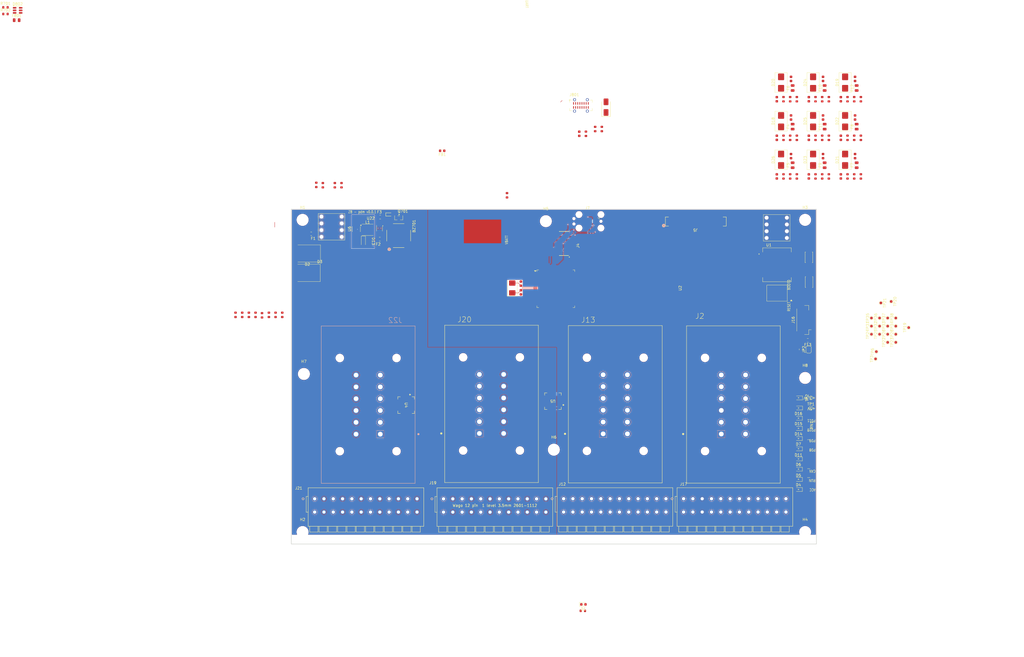
<source format=kicad_pcb>
(kicad_pcb (version 20241229) (generator "pcbnew") (generator_version "9.0")
  (title_block (title "l8 PCB") (date "2024-05-30") (rev "1.00") (company "DNT"))
  (layers (0 "F.Cu" signal) (4 "In1.Cu" signal) (6 "In2.Cu" signal) (2 "B.Cu" signal) (13 "F.Paste" user) (15 "B.Paste" user) (5 "F.SilkS" user "F.Silkscreen") (7 "B.SilkS" user "B.Silkscreen") (1 "F.Mask" user) (3 "B.Mask" user) (25 "Edge.Cuts" user))
  (net 0 "")
  (net 1 "Net-(U3-PH0)")
  (net 2 "Net-(D4-K)")
  (net 3 "Net-(D5-K)")
  (net 4 "Net-(D6-K)")
  (net 5 "Net-(U3-VCAP_2)")
  (net 6 "/CAN1_RX")
  (net 7 "/MCU/BOOT0")
  (net 8 "Net-(U3-VCAP_1)")
  (net 9 "/MCU/BOOT1")
  (net 10 "/GND_ISO")
  (net 11 "+BATT")
  (net 12 "Net-(U22-OUT)")
  (net 13 "/MCU/PB10")
  (net 14 "/+5V_ISO")
  (net 15 "/CAN1_TX")
  (net 16 "/MCU/NRST")
  (net 17 "Net-(U3-PH1)")
  (net 18 "Net-(BZ701--)")
  (net 19 "Net-(J801-SHIELD)")
  (net 20 "CAN_POWER")
  (net 21 "/VIPOWER_CS1")
  (net 22 "/MCU/PD12")
  (net 23 "/MCU/PD13")
  (net 24 "/MCU/PD14")
  (net 25 "/MCU/PD15")
  (net 26 "/connectors/SENSE_GROUND")
  (net 27 "/HC_1")
  (net 28 "/VIPOWER_SDI")
  (net 29 "/MCU/SYS_JTDO-SWO")
  (net 30 "/MCU/SYS_JTMS-SWDIO")
  (net 31 "Net-(D11-K)")
  (net 32 "/MCU/SYS_JTCK-SWCLK")
  (net 33 "/MCU/PB9")
  (net 34 "/MCU/PB11")
  (net 35 "/MCU/USART1_RX")
  (net 36 "/MCU/PB8")
  (net 37 "/MCU/PB12")
  (net 38 "/MCU/USART1_TX")
  (net 39 "/USB_OTG_FS_DP")
  (net 40 "Net-(D801-Pad2)")
  (net 41 "/VIPOWER_SCK")
  (net 42 "/VIPOWER_CS2")
  (net 43 "/HC_10")
  (net 44 "/HC_11")
  (net 45 "/HC_7")
  (net 46 "/VIPOWER_PWM")
  (net 47 "/HC_6")
  (net 48 "/VIPOWER_DI0")
  (net 49 "/MCU/PB4")
  (net 50 "/MCU/PC9")
  (net 51 "/VIPOWER_DI1")
  (net 52 "/HC_3")
  (net 53 "/MCU/PE9")
  (net 54 "Net-(J801-CC1)")
  (net 55 "/MCU/PE1")
  (net 56 "/VIPOWER_SDO")
  (net 57 "/MCU/PA8")
  (net 58 "/MCU/PB1")
  (net 59 "/MCU/PE7")
  (net 60 "/HC_2")
  (net 61 "/MCU/PA10")
  (net 62 "/MCU/SPI2_IRQ")
  (net 63 "/MCU/PE10")
  (net 64 "/MCU/PE0")
  (net 65 "/MCU/PE12")
  (net 66 "/MCU/PD8")
  (net 67 "/MCU/PC7")
  (net 68 "/MCU/PD7")
  (net 69 "/MCU/PC8")
  (net 71 "/MCU/PD9")
  (net 72 "/HC_5")
  (net 73 "/MCU/PD10")
  (net 74 "/HC_4")
  (net 75 "/MCU/PE11")
  (net 76 "/MCU/PD11")
  (net 77 "/MCU/PB5")
  (net 78 "/MCU/PE8")
  (net 79 "Net-(J4-GNDDetect)")
  (net 80 "/MCU/SPI4_SDI")
  (net 82 "+5V")
  (net 84 "/USB_OTG_FS_DM")
  (net 85 "/USB_OTG_FS_VBUS")
  (net 88 "Net-(J7-GNDDetect)")
  (net 93 "Net-(D8-K)")
  (net 94 "Net-(U6-FB)")
  (net 95 "Net-(D2-A)")
  (net 96 "GND")
  (net 98 "Net-(D1-K)")
  (net 99 "Net-(U6-CB)")
  (net 100 "Net-(D9-K)")
  (net 101 "/MCU/SPI2_SDO")
  (net 104 "Net-(JP2-A)")
  (net 105 "/MCU/SPI2_SDI")
  (net 106 "/MCU/SPI2_SCK")
  (net 107 "/MCU/SPI4_SCK")
  (net 108 "/MCU/SPI4_IRQ")
  (net 109 "/MCU/SPI2_CS")
  (net 110 "Net-(D7-K)")
  (net 111 "Net-(D14-K)")
  (net 112 "Net-(D15-K)")
  (net 113 "Net-(D16-K)")
  (net 114 "/connectors/5V_SENSOR_POWER")
  (net 115 "/connectors/+5V_ISO")
  (net 116 "Net-(C19-Pad1)")
  (net 118 "/MCU/SYS_WKUP")
  (net 119 "/MCU/SPI4_SDO")
  (net 120 "/MCU/SPI2_IRQ2")
  (net 121 "/SENSE_3")
  (net 122 "/vipower/VN9E30F/CS")
  (net 123 "/vipower/VN9E30F/SDI")
  (net 124 "/vipower/VN9E30F/SCK")
  (net 125 "/vipower/VN9E30F1/CS")
  (net 126 "Net-(U4-CSN)")
  (net 127 "/vipower/VN9E30F/SDO")
  (net 128 "Net-(U4-SDO)")
  (net 129 "/vipower/VN9E30F/PWM")
  (net 130 "/vipower/VN9E30F/DI0")
  (net 131 "/connectors/GND_ISO")
  (net 132 "/vipower/VN9E30F/DI1")
  (net 133 "Net-(U5-CSN)")
  (net 134 "Net-(U5-SDO)")
  (net 136 "+3.3V")
  (net 137 "+12V")
  (net 138 "Net-(C29-Pad1)")
  (net 139 "/ADC1_IN2")
  (net 140 "Net-(C32-Pad1)")
  (net 141 "/ADC1_IN3")
  (net 142 "Net-(C34-Pad1)")
  (net 143 "/ADC1_IN4")
  (net 144 "Net-(C36-Pad1)")
  (net 145 "/ADC1_IN6")
  (net 146 "Net-(C38-Pad1)")
  (net 147 "/ADC1_IN7")
  (net 148 "Net-(C40-Pad1)")
  (net 149 "/ADC1_IN8")
  (net 150 "Net-(C42-Pad1)")
  (net 151 "/ADC1_IN10")
  (net 152 "Net-(C44-Pad1)")
  (net 153 "/ADC1_IN15")
  (net 154 "/ADC1_IN1")
  (net 155 "Net-(C48-Pad1)")
  (net 156 "Net-(D18-A)")
  (net 157 "Net-(D18-K)")
  (net 158 "Net-(D19-A)")
  (net 159 "Net-(D19-K)")
  (net 160 "Net-(D20-A)")
  (net 161 "Net-(D20-K)")
  (net 162 "Net-(D21-K)")
  (net 163 "Net-(D21-A)")
  (net 164 "Net-(D22-K)")
  (net 165 "Net-(D22-A)")
  (net 166 "Net-(D23-K)")
  (net 167 "Net-(D23-A)")
  (net 168 "Net-(D24-K)")
  (net 169 "Net-(D24-A)")
  (net 170 "Net-(D25-A)")
  (net 171 "Net-(D25-K)")
  (net 172 "Net-(D26-A)")
  (net 173 "Net-(D26-K)")
  (net 174 "/SENSE_2")
  (net 175 "/SENSE_4")
  (net 176 "/SENSE_5")
  (net 177 "/SENSE_6")
  (net 178 "/SENSE_7")
  (net 179 "/SENSE_8")
  (net 180 "/SENSE_9")
  (net 181 "/SENSE_1")
  (net 182 "/CAN_L")
  (net 183 "/CAN_H")
  (net 184 "/MCU/LCD_RESET")
  (net 185 "/MCU/LCD_LED")
  (net 186 "/MCU/SENSOR_ON")
  (net 187 "/MCU/SPI4_CS_2")
  (net 188 "/MCU/SPI4_CS_1")
  (net 189 "/MCU/LCD_ON")
  (net 191 "/HC_8")
  (net 192 "/HC_9")
  (net 193 "Net-(J801-CC2)")
  (net 194 "Net-(F801-Pad1)")
  (net 198 "/MCU/PA4")
  (net 215 "/TIM1_CH3")
  (net 217 "Net-(D13-K)")
  (net 267 "Net-(Q701-G)")
  (footprint "TestPoint:TestPoint_Pad_D1.0mm" (layer "F.Cu") (at 330.74 112.01 -90)
    (property "Reference" "TP21")
    (property "Value" "PE0")
  )
  (footprint "PCM_JLCPCB:R_0603" (layer "F.Cu") (at 88.03 116.5 90)
    (property "Reference" "R2" (hide yes))
    (property "Value" "2.7kΩ")
  )
  (footprint "PCM_JLCPCB:C_0603" (layer "F.Cu") (at 303.645 35.335 90)
    (property "Reference" "C43" (hide yes))
    (property "Value" "10nF")
  )
  (footprint "PCM_JLCPCB:R_0603" (layer "F.Cu") (at 118.4 67.585 90)
    (property "Reference" "R23" (hide yes))
    (property "Value" "2.7kΩ")
  )
  (footprint "TestPoint:TestPoint_Pad_D1.0mm" (layer "F.Cu") (at 327.2 117.7 90)
    (property "Reference" "TP35")
    (property "Value" "PE0")
  )
  (footprint "PCM_JLCPCB:R_0603" (layer "F.Cu") (at 294.115 35.335 90)
    (property "Reference" "R31" (hide yes))
    (property "Value" "100Ω")
  )
  (footprint "dnt:WAGO 2601-1112" (layer "F.Cu") (at 211.419995 185.71)
    (property "Reference" "J12")
    (property "Value" "Wago 12 pin  1 level 3.5mm 2601-1112" (hide yes))
  )
  (footprint "Package_SON:WSON-6-1EP_2x2mm_P0.65mm_EP1x1.6mm_ThermalVias" (layer "F.Cu") (at 142.1725 83.89 -90)
    (property "Reference" "U22")
    (property "Value" "TLV76733DRVx")
  )
  (footprint "Fuse:Fuse_0805_2012Metric" (layer "F.Cu") (at 309.585 31.125 90)
    (property "Reference" "F10")
    (property "Value" "Fuse_16V_500mA_100A_1A_150mΩ_0805_PTC_Resettable_Fuses_ROHS")
  )
  (footprint "PCM_JLCPCB:R_0603" (layer "F.Cu") (at 303.49 88.78)
    (property "Reference" "R43" (hide yes))
    (property "Value" "10kΩ")
  )
  (footprint "Resistor_SMD:R_Array_Convex_4x0603" (layer "F.Cu") (at 303.6 176.08 180)
    (property "Reference" "RN2" (hide yes))
    (property "Value" "1k")
  )
  (footprint "dnt:QFN6x6_VN9D30_STM-cleanimport" (layer "F.Cu") (at 152.21 150.46 -90)
    (property "Reference" "U4")
    (property "Value" "VN9E30F")
  )
  (footprint "PCM_JLCPCB:R_0603" (layer "F.Cu") (at 132.445 80.31 -90)
    (property "Reference" "R18" (hide yes))
    (property "Value" "10kΩ")
  )
  (footprint "PCM_JLCPCB:C_0603" (layer "F.Cu") (at 303.645 49.865 90)
    (property "Reference" "C45" (hide yes))
    (property "Value" "10nF")
  )
  (footprint "MountingHole:MountingHole_4.3mm_M4_DIN965" (layer "F.Cu") (at 113.75 138.75)
    (property "Reference" "H7")
    (property "Value" "MountingHole_-_4MM")
  )
  (footprint "PCM_JLCPCB:C_0603" (layer "F.Cu") (at 308.985 42.225 90)
    (property "Reference" "C44" (hide yes))
    (property "Value" "1nF")
  )
  (footprint "Diode_SMD:D_SMC" (layer "F.Cu") (at 115.0675 93.41 180)
    (property "Reference" "D2")
    (property "Value" "B340")
  )
  (footprint "dnt:M6_Hole_8Pin_7461084" (layer "F.Cu") (at 291.57 83.75 90)
    (property "Reference" "J11" (hide yes))
    (property "Value" "RedCubeTerminal" (hide yes))
  )
  (footprint "PCM_JLCPCB:R_0603" (layer "F.Cu") (at 296.625 49.865 90)
    (property "Reference" "R26" (hide yes))
    (property "Value" "47kΩ")
  )
  (footprint "PCM_JLCPCB:R_0603" (layer "F.Cu") (at 153.805 79.74 -90)
    (property "Reference" "R704" (hide yes))
    (property "Value" "10kΩ")
  )
  (footprint "PCM_JLCPCB:R_0603" (layer "F.Cu") (at 103.09 116.5 90)
    (property "Reference" "R22" (hide yes))
    (property "Value" "2.7kΩ")
  )
  (footprint "TestPoint:TestPoint_Pad_D1.0mm" (layer "F.Cu") (at 333.3 120.75 90)
    (property "Reference" "TP33")
    (property "Value" "PE0")
  )
  (footprint "dnt:LED_0603_1608Metric - polarity" (layer "F.Cu") (at 299.790002 151.583333 180)
    (property "Reference" "D8" (hide yes))
    (property "Value" "LED-RED")
  )
  (footprint "MountingHole:MountingHole_4.3mm_M4_DIN965" (layer "F.Cu") (at 113.25 198.25)
    (property "Reference" "H2")
    (property "Value" "MountingHole_-_4MM")
  )
  (footprint "TestPoint:TestPoint_Pad_D1.0mm" (layer "F.Cu") (at 334.61 111.47 -90)
    (property "Reference" "TP20")
    (property "Value" "PE0")
  )
  (footprint "TestPoint:TestPoint_Pad_D1.0mm" (layer "F.Cu") (at 333.3 126.85 90)
    (property "Reference" "TP22")
    (property "Value" "PE0")
  )
  (footprint "Fuse:Fuse_0805_2012Metric" (layer "F.Cu") (at 303.24 126.11 180)
    (property "Reference" "F13")
    (property "Value" "Fuse_16V_500mA_100A_1A_150mΩ_0805_PTC_Resettable_Fuses_ROHS")
  )
  (footprint "Fuse:Fuse_0805_2012Metric" (layer "F.Cu") (at 321.625 45.655 90)
    (property "Reference" "F8")
    (property "Value" "Fuse_16V_500mA_100A_1A_150mΩ_0805_PTC_Resettable_Fuses_ROHS")
  )
  (footprint "Fuse:Fuse_0805_2012Metric" (layer "F.Cu") (at 321.625 31.125 90)
    (property "Reference" "F12")
    (property "Value" "Fuse_16V_500mA_100A_1A_150mΩ_0805_PTC_Resettable_Fuses_ROHS")
  )
  (footprint "dnt:WAGO 2601-1112" (layer "F.Cu") (at 256.54 185.71)
    (property "Reference" "J17")
    (property "Value" "Wago 12 pin  1 level 3.5mm 2601-1112" (hide yes))
  )
  (footprint "dnt:LED_0603_1608Metric - polarity" (layer "F.Cu") (at 299.750002 174.583333 180)
    (property "Reference" "D6")
    (property "Value" "LED-RED")
  )
  (footprint "Package_QFP:LQFP-100_14x14mm_P0.5mm" (layer "F.Cu") (at 208.500002 106.675)
    (property "Reference" "U3" (hide yes))
    (property "Value" "STM32F427V_G-I_Tx")
  )
  (footprint "PCM_JLCPCB:R_0603" (layer "F.Cu") (at 125.38 67.71 90)
    (property "Reference" "R12" (hide yes))
    (property "Value" "2.7kΩ")
  )
  (footprint "Diode_SMD:D_MicroSMP_AK" (layer "F.Cu") (at 136.095 89.030002 -90)
    (property "Reference" "D13")
    (property "Value" "Diode - Schotty V1P6-M3/H 60V 1A")
  )
  (footprint "PCM_JLCPCB:C_0603" (layer "F.Cu") (at 289.261 113.52 90)
    (property "Reference" "C28" (hide yes))
    (property "Value" "10uF")
  )
  (footprint "dnt:LED_0603_1608Metric - polarity" (layer "F.Cu") (at 299.750002 163.083333 180)
    (property "Reference" "D14")
    (property "Value" "LED-WHITE")
  )
  (footprint "PCM_JLCPCB:R_0603" (layer "F.Cu") (at 308.665 35.335 90)
    (property "Reference" "R50" (hide yes))
    (property "Value" "47kΩ")
  )
  (footprint "PCM_JLCPCB:C_0603" (layer "F.Cu") (at 197.302581 112.502579)
    (property "Reference" "C11" (hide yes))
    (property "Value" "100nF")
  )
  (footprint "PCM_JLCPCB:C_0603" (layer "F.Cu") (at 321.025 27.695 90)
    (property "Reference" "C32" (hide yes))
    (property "Value" "1nF")
  )
  (footprint "PCM_JLCPCB:C_0603" (layer "F.Cu") (at 145.795 80.54)
    (property "Reference" "C701" (hide yes))
    (property "Value" "100nF")
  )
  (footprint "PCM_JLCPCB:C_0603" (layer "F.Cu") (at 294.403 113.52 90)
    (property "Reference" "C17" (hide yes))
    (property "Value" "100nF")
  )
  (footprint "PCM_Diode_SMD_AKL:D_SMB_TVS" (layer "F.Cu") (at 317.29 43.6 90)
    (property "Reference" "D22")
    (property "Value" "SMBJ24CA" (hide yes))
  )
  (footprint "PCM_JLCPCB:R_0603" (layer "F.Cu") (at 299.135 35.335 90)
    (property "Reference" "R37" (hide yes))
    (property "Value" "10kΩ")
  )
  (footprint "TestPoint:TestPoint_Pad_D1.0mm" (layer "F.Cu") (at 330.25 123.8 90)
    (property "Reference" "TP25")
    (property "Value" "PE0")
  )
  (footprint "PCM_JLCPCB:R_0603" (layer "F.Cu") (at 308.665 64.395 90)
    (property "Reference" "R47" (hide yes))
    (property "Value" "47kΩ")
  )
  (footprint "Diode_SMD:D_SMC" (layer "F.Cu") (at 115.0175 100.7 180)
    (property "Reference" "D3")
    (property "Value" "SM15T100CA")
  )
  (footprint "PCM_JLCPCB:R_0603" (layer "F.Cu") (at 217.750002 86.775)
    (property "Reference" "R35" (hide yes))
    (property "Value" "100Ω")
  )
  (footprint "dnt:Tag-Connect_TC2070-IDC-FP_2x07_P1.27mm_Vertical" (layer "F.Cu") (at 220.380002 81.291 180)
    (property "Reference" "J7")
    (property "Value" "Conn_TagConnect_2070")
  )
  (footprint "TestPoint:TestPoint_Pad_D1.0mm" (layer "F.Cu") (at 341.2 121.3 90)
    (property "Reference" "TP19")
    (property "Value" "PE0")
  )
  (footprint "PCM_JLCPCB:R_0603" (layer "F.Cu") (at 219.8115 48.3485 90)
    (property "Reference" "R801" (hide yes))
    (property "Value" "1MΩ")
  )
  (footprint "dnt:LED_0603_1608Metric - polarity" (layer "F.Cu") (at 299.750002 155.416667 180)
    (property "Reference" "D16")
    (property "Value" "LED-YELLOW")
  )
  (footprint "PCM_JLCPCB:C_0603" (layer "F.Cu") (at 315.685 64.395 90)
    (property "Reference" "C37" (hide yes))
    (property "Value" "10nF")
  )
  (footprint "PCM_JLCPCB:R_0603" (layer "F.Cu") (at 90.54 116.5 90)
    (property "Reference" "R3" (hide yes))
    (property "Value" "2.7kΩ")
  )
  (footprint "PCM_JLCPCB:C_0603" (layer "F.Cu") (at 213.3 117.46 -90)
    (property "Reference" "C8" (hide yes))
    (property "Value" "2.2uF")
  )
  (footprint "MountingHole:MountingHole_4.3mm_M4_DIN965" (layer "F.Cu") (at 113.25 80.75)
    (property "Reference" "H1")
    (property "Value" "MountingHole_-_4MM")
  )
  (footprint "PCM_JLCPCB:R_0603" (layer "F.Cu") (at 323.215 64.395 90)
    (property "Reference" "R40" (hide yes))
    (property "Value" "10kΩ")
  )
  (footprint "PCM_JLCPCB:C_0603" (layer "F.Cu") (at 296.945 42.225 90)
    (property "Reference" "C29" (hide yes))
    (property "Value" "1nF")
  )
  (footprint "PCM_JLCPCB:C_0603" (layer "F.Cu") (at 321.025 56.755 90)
    (property "Reference" "C36" (hide yes))
    (property "Value" "1nF")
  )
  (footprint "dnt:SAMTEC_FTSH-107-01-F-DV-K-Fix" (layer "F.Cu") (at 211.532002 89.647625 90)
    (property "Reference" "J4")
    (property "Value" "Conn_ST_STDC14")
  )
  (footprint "PCM_JLCPCB:R_0603" (layer "F.Cu") (at 223.2815 46.5585 90)
    (property "Reference" "R802" (hide yes))
    (property "Value" "5.1kΩ")
  )
  (footprint "PCM_JLCPCB:R_0603" (layer "F.Cu") (at 320.705 35.335 90)
    (property "Reference" "R61" (hide yes))
    (property "Value" "47kΩ")
  )
  (footprint "Package_SO:SOIC-8_7.5x5.85mm_P1.27mm" (layer "F.Cu") (at 291.71 108.335 180)
    (property "Reference" "U2")
    (property "Value" "ISO1042-Q1")
  )
  (footprint "dnt:LED_0603_1608Metric - polarity" (layer "F.Cu") (at 299.750002 166.916667 180)
    (property "Reference" "D7")
    (property "Value" "LED-YELLOW")
  )
  (footprint "Resistor_SMD:R_0603_1608Metric" (layer "F.Cu") (at 1.505 3.265)
    (property "Reference" "R702")
    (property "Value" "10K")
  )
  (footprint "Fuse:Fuse_0805_2012Metric" (layer "F.Cu") (at 297.545 31.125 90)
    (property "Reference" "F6")
    (property "Value" "Fuse_16V_500mA_100A_1A_150mΩ_0805_PTC_Resettable_Fuses_ROHS")
  )
  (footprint "Package_TO_SOT_SMD:SOT-23" (layer "F.Cu") (at 149.41 79.9875 -90)
    (property "Reference" "Q701")
    (property "Value" "AO3400A")
  )
  (footprint "PCM_JLCPCB:C_0603" (layer "F.Cu") (at 303.645 64.395 90)
    (property "Reference" "C41" (hide yes))
    (property "Value" "10nF")
  )
  (footprint "PCM_JLCPCB:C_0603" (layer "F.Cu") (at 217.3015 48.3485 90)
    (property "Reference" "C801" (hide yes))
    (property "Value" "47nF")
  )
  (footprint "PCM_JLCPCB:C_0603" (layer "F.Cu") (at 195.350002 108.025 -90)
    (property "Reference" "C14" (hide yes))
    (property "Value" "18pF")
  )
  (footprint "PCM_JLCPCB:SW_TS-1088-AR02016" (layer "F.Cu") (at 303.68 94.86 -90)
    (property "Reference" "SW2" (hide yes))
    (property "Value" "Tactile Button, 160gf")
  )
  (footprint "PCM_Diode_SMD_AKL:D_SMB_TVS" (layer "F.Cu") (at 317.29 58.13 90)
    (property "Reference" "D21")
    (property "Value" "SMBJ24CA" (hide yes))
  )
  (footprint "PCM_JLCPCB:C_0603" (layer "F.Cu") (at 142.13 86.1 180)
    (property "Reference" "C21" (hide yes))
    (property "Value" "10uF")
  )
  (footprint "PCM_JLCPCB:C_0603" (layer "F.Cu") (at 287.547 113.52 90)
    (property "Reference" "C25" (hide yes))
    (property "Value" "100nF")
  )
  (footprint "MountingHole:MountingHole_4.3mm_M4_DIN965" (layer "F.Cu") (at 207.75 167.25)
    (property "Reference" "H6")
    (property "Value" "MountingHole_-_4MM")
  )
  (footprint "PCM_JLCPCB:R_0603" (layer "F.Cu") (at 93.05 116.5 90)
    (property "Reference" "R7" (hide yes))
    (property "Value" "2.7kΩ")
  )
  (footprint "Connector_USB:USB_C_Receptacle_G-Switch_GT-USB-7051x" (layer "F.Cu") (at 217.9415 37.6685)
    (property "Reference" "J801")
    (property "Value" "USB_C_Receptacle_USB2.0_16P")
  )
  (footprint "PCM_JLCPCB:R_0603" (layer "F.Cu") (at 318.195 35.335 90)
    (property "Reference" "R60" (hide yes))
    (property "Value" "100Ω")
  )
  (footprint "dnt:TE_DT15-12PC-B016" (layer "F.Cu") (at 275.28 150.24)
    (property "Reference" "J2")
    (property "Value" "TE_DT15-12PC-B016 -Conn_01x12")
  )
  (footprint "PCM_JLCPCB:C_0603" (layer "F.Cu") (at 291.605 64.395 90)
    (property "Reference" "C33" (hide yes))
    (property "Value" "10nF")
  )
  (footprint "PCM_JLCPCB:C_0603" (layer "F.Cu") (at 315.685 35.335 90)
    (property "Reference" "C47" (hide yes))
    (property "Value" "10nF")
  )
  (footprint "PCM_JLCPCB:R_0603" (layer "F.Cu") (at 304.06 153.49 180)
    (property "Reference" "R20" (hide yes))
    (property "Value" "2.2kΩ")
  )
  (footprint "PCM_JLCPCB:C_0603" (layer "F.Cu") (at 308.985 27.695 90)
    (property "Reference" "C42" (hide yes))
    (property "Value" "1nF")
  )
  (footprint "Crystal:Crystal_SMD_5032-2Pin_5.0x3.2mm" (layer "F.Cu") (at 192.100002 106.375 90)
    (property "Reference" "X1" (hide yes))
    (property "Value" "8MHz 20pF")
  )
  (footprint "dnt:CONN_DF40HC-100DS_HIR" (layer "F.Cu") (at 261.14 81.369999 180)
    (property "Reference" "J5")
    (property "Value" "DF40HC3.0-100DS-0.4V51")
  )
  (footprint "PCM_JLCPCB:R_0603" (layer "F.Cu") (at 294.115 64.395 90)
    (property "Reference" "R28" (hide yes))
    (property "Value" "100Ω")
  )
  (footprint "TestPoint:TestPoint_Pad_D1.0mm" (layer "F.Cu") (at 328.74 133.07 90)
    (property "Reference" "TP3")
    (property "Value" "PE0")
  )
  (footprint "Fuse:Fuse_0805_2012Metric" (layer "F.Cu") (at 309.585 45.655 90)
    (property "Reference" "F11")
    (property "Value" "Fuse_16V_500mA_100A_1A_150mΩ_0805_PTC_Resettable_Fuses_ROHS")
  )
  (footprint "Package_TO_SOT_SMD:SOT-23-6" (layer "F.Cu") (at 6.085 1.9)
    (property "Reference" "D802")
    (property "Value" "SRV05-4")
  )
  (footprint "PCM_JLCPCB:R_0603" (layer "F.Cu") (at 296.625 64.395 90)
    (property "Reference" "R29" (hide yes))
    (property "Value" "47kΩ")
  )
  (footprint "PCM_JLCPCB:R_0603" (layer "F.Cu") (at 152.215 79.76 90)
    (property "Reference" "R703" (hide yes))
    (property "Value" "100Ω")
  )
  (footprint "Fuse:Fuse_0805_2012Metric" (layer "F.Cu") (at 5.715 5.595)
    (property "Reference" "F801")
    (property "Value" "Fuse")
  )
  (footprint "PCM_JLCPCB:D_SMA" (layer "F.Cu") (at 227.37 38.33 90)
    (property "Reference" "D801" (hide yes))
    (property "Value" "B5819W SL")
  )
  (footprint "dnt:LED_0603_1608Metric - polarity" (layer "F.Cu") (at 299.750002 170.75 180)
    (property "Reference" "D11")
    (property "Value" "LED-YELLOW")
  )
  (footprint "PCM_Diode_SMD_AKL:D_SMB_TVS" (layer "F.Cu") (at 293.21 43.6 90)
    (property "Reference" "D18")
    (property "Value" "SMBJ24CA" (hide yes))
  )
  (footprint "TestPoint:TestPoint_Pad_D1.0mm" (layer "F.Cu") (at 333.3 123.8 90)
    (property "Reference" "TP26")
    (property "Value" "PE0")
  )
  (footprint "PCM_JLCPCB:C_0603" (layer "F.Cu") (at 205.527581 117.502579 90)
    (property "Reference" "C23" (hide yes))
    (property "Value" "1uF")
  )
  (footprint "TestPoint:TestPoint_Pad_D1.0mm" (layer "F.Cu") (at 329.04 130.35 90)
    (property "Reference" "TP6")
    (property "Value" "PE0")
  )
  (footprint "PCM_JLCPCB:R_0603" (layer "F.Cu") (at 303.54 100)
    (property "Reference" "R45" (hide yes))
    (property "Value" "10kΩ")
  )
  (footprint "Resistor_SMD:R_Array_Convex_4x0603" (layer "F.Cu") (at 303.61 161.8 180)
    (property "Reference" "RN1")
    (property "Value" "1k")
  )
  (footprint "PCM_JLCPCB:R_0603" (layer "F.Cu") (at 311.175 64.395 90)
    (property "Reference" "R48" (hide yes))
    (property "Value" "10kΩ")
  )
  (footprint "PCM_Diode_SMD_AKL:D_SMB_TVS" (layer "F.Cu") (at 305.25 43.6 90)
    (property "Reference" "D25")
    (property "Value" "SMBJ24CA" (hide yes))
  )
  (footprint "PCM_JLCPCB:R_0603" (layer "F.Cu") (at 221.025002 86.775)
    (property "Reference" "R6" (hide yes))
    (property "Value" "100Ω")
  )
  (footprint "PCM_JLCPCB:R_0603" (layer "F.Cu") (at 311.175 35.335 90)
    (property "Reference" "R51" (hide yes))
    (property "Value" "10kΩ")
  )
  (footprint "PCM_JLCPCB:R_0603" (layer "F.Cu") (at 304.14 149.6 180)
    (property "Reference" "R21" (hide yes))
    (property "Value" "2.2kΩ")
  )
  (footprint "Jumper:SolderJumper-2_P1.3mm_Bridged2Bar_RoundedPad1.0x1.5mm" (layer "F.Cu") (at 303.59 129.53 90)
    (property "Reference" "JP2")
    (property "Value" "SolderJumper_2_Bridged")
  )
  (footprint "MountingHole:MountingHole_4.3mm_M4_DIN965" (layer "F.Cu") (at 302.25 198.25)
    (property "Reference" "H4")
    (property "Value" "MountingHole_-_4MM")
  )
  (footprint "PCM_JLCPCB:C_0603" (layer "F.Cu") (at 291.605 49.865 90)
    (property "Reference" "C31" (hide yes))
    (property "Value" "10nF")
  )
  (footprint "Package_TO_SOT_SMD:SOT-23-6" (layer "F.Cu") (at 133.445 84.2475 -90)
    (property "Reference" "U6")
    (property "Value" "LMR14206")
  )
  (footprint "PCM_JLCPCB:R_0603" (layer "F.Cu") (at 306.155 35.335 90)
    (property "Reference" "R49" (hide yes))
    (property "Value" "100Ω")
  )
  (footprint "PCM_JLCPCB:C_0603" (layer "F.Cu") (at 296.945 27.695 90)
    (property "Reference" "C34" (hide yes))
    (property "Value" "1nF")
  )
  (footprint "Fuse:Fuse_0805_2012Metric" (layer "F.Cu") (at 142.4275 79.69)
    (property "Reference" "F3")
    (property "Value" "Fuse_16V_500mA_100A_1A_150mΩ_0805_PTC_Resettable_Fuses_ROHS")
  )
  (footprint "PCM_JLCPCB:R_0603" (layer "F.Cu") (at 218.65 227.9)
    (property "Reference" "R4" (hide yes))
    (property "Value" "2.2kΩ")
  )
  (footprint "Resistor_SMD:R_0603_1608Metric" (layer "F.Cu") (at 1.505 0.755)
    (property "Reference" "R701")
    (property "Value" "2.2K")
  )
  (footprint "PCM_JLCPCB:C_0603" (layer "F.Cu") (at 197.302581 110.502579 180)
    (property "Reference" "C9" (hide yes))
    (property "Value" "100nF")
  )
  (footprint "dnt:LED_0603_1608Metric - polarity" (layer "F.Cu") (at 299.750002 178.416667 180)
    (property "Reference" "D5")
    (property "Value" "LED-WHITE")
  )
  (footprint "PCM_JLCPCB:C_0603" (layer "F.Cu") (at 202.47 95.89 -90)
    (property "Reference" "C26" (hide yes))
    (property "Value" "10uF")
  )
  (footprint "Inductor_SMD:L_Sunlord_SWPA4030S" (layer "F.Cu") (at 137.695 84.4975)
    (property "Reference" "L1")
    (property "Value" "3.3uH")
  )
  (footprint "PCM_JLCPCB:R_0603" (layer "F.Cu") (at 320.705 49.865 90)
    (property "Reference" "R42" (hide yes))
    (property "Value" "47kΩ")
  )
  (footprint "dnt:JST_GH_BM06B-GHS-TBT_1x06-1MP_P1.25mm_Vertical" (layer "F.Cu") (at 301.76 118.425 90)
    (property "Reference" "J16")
    (property "Value" "JST  GH")
  )
  (footprint "PCM_JLCPCB:R_0603" (layer "F.Cu") (at 299.135 64.395 90)
    (property "Reference" "R30" (hide yes))
    (property "Value" "10kΩ")
  )
  (footprint "PCM_JLCPCB:C_0603" (layer "F.Cu") (at 296.945 56.755 90)
    (property "Reference" "C48" (hide yes))
    (property "Value" "1nF")
  )
  (footprint "PCM_JLCPCB:C_0603" (layer "F.Cu") (at 203.527581 117.502579 90)
    (property "Reference" "C12" (hide yes))
    (property "Value" "100nF")
  )
  (footprint "PCM_JLCPCB:R_0603" (layer "F.Cu") (at 311.175 49.865 90)
    (property "Reference" "R58" (hide yes))
    (property "Value" "10kΩ")
  )
  (footprint "dnt:TE_DT15-12PC-B016" (layer "F.Cu") (at 184.310002 150.025)
    (property "Reference" "J20")
    (property "Value" "TE_DT15-12PC-B016 -Conn_01x12")
  )
  (footprint "Fuse:Fuse_0805_2012Metric" (layer "F.Cu") (at 297.545 60.185 90)
    (property "Reference" "F5")
    (property "Value" "Fuse_16V_500mA_100A_1A_150mΩ_0805_PTC_Resettable_Fuses_ROHS")
  )
  (footprint "TestPoint:TestPoint_Pad_D1.0mm" (layer "F.Cu") (at 304.41 147.73 90)
    (property "Reference" "TP2")
    (property "Value" "PE0")
  )
  (footprint "dnt:QFN6x6_VN9D30_STM-cleanimport" (layer "F.Cu") (at 207.39 148.98 180)
    (property "Reference" "U5")
    (property "Value" "VN9E30F")
  )
  (footprint "PCM_JLCPCB:R_0603" (layer "F.Cu") (at 95.56 116.5 90)
    (property "Reference" "R11" (hide yes))
    (property "Value" "2.7kΩ")
  )
  (footprint "PCM_JLCPCB:C_0805" (layer "F.Cu") (at 138.245 88.9975 -90)
    (property "Reference" "C19" (hide yes))
    (property "Value" "22uF")
  )
  (footprint "PCM_JLCPCB:R_0603" (layer "F.Cu") (at 294.115 49.865 90)
    (property "Reference" "R25" (hide yes))
    (property "Value" "100Ω")
  )
  (footprint "dnt:Buzzer - MLT-8530_JHE" (layer "F.Cu") (at 149.385 86.68 90)
    (property "Reference" "BZ701")
    (property "Value" "Buzzer_-_MLT-8530")
  )
  (footprint "TestPoint:TestPoint_Pad_D1.0mm" (layer "F.Cu") (at 336.35 117.7 90)
    (property "Reference" "TP38")
    (property "Value" "PE0")
  )
  (footprint "PCM_Diode_SMD_AKL:D_SMB_TVS" (layer "F.Cu") (at 293.21 58.13 90)
    (property "Reference" "D26")
    (property "Value" "SMBJ24CA" (hide yes))
  )
  (footprint "PCM_JLCPCB:C_0603" (layer "F.Cu") (at 291.605 35.335 90)
    (property "Reference" "C35" (hide yes))
    (property "Value" "10nF")
  )
  (footprint "PCM_JLCPCB:R_0603" (layer "F.Cu") (at 306.155 64.395 90)
    (property "Reference" "R46" (hide yes))
    (property "Value" "100Ω")
  )
  (footprint "PCM_JLCPCB:R_0603" (layer "F.Cu") (at 225.7915 46.5585 90)
    (property "Reference" "R803" (hide yes))
    (property "Value" "5.1K")
  )
  (footprint "PCM_JLCPCB:D_SOD-523" (layer "F.Cu") (at 145.815 78.72)
    (property "Reference" "D701" (hide yes))
    (property "Value" "RB751S-40")
  )
  (footprint "PCM_JLCPCB:R_0603" (layer "F.Cu") (at 134.195 80.31 -90)
    (property "Reference" "R19" (hide yes))
    (property "Value" "56kΩ")
  )
  (footprint "PCM_JLCPCB:R_0603" (layer "F.Cu") (at 190.13 71.5 90)
    (property "Reference" "R36" (hide yes))
    (property "Value" "10kΩ")
  )
  (footprint "dnt:WAGO 2601-1112" (layer "F.Cu") (at 117.789992 185.73)
    (property "Reference" "J21")
    (property "Value" "Wago 12 pin  1 level 3.5mm 2601-1112" (hide yes))
  )
  (footprint "PCM_JLCPCB:C_0603" (layer "F.Cu") (at 308.985 56.755 90)
    (property "Reference" "C40" (hide yes))
    (property "Value" "1nF")
  )
  (footprint "PCM_Diode_SMD_AKL:D_SMB_TVS" (layer "F.Cu") (at 305.25 58.13 90)
    (property "Reference" "D23")
    (property "Value" "SMBJ24CA" (hide yes))
  )
  (footprint "TestPoint:TestPoint_Pad_D1.0mm" (layer "F.Cu") (at 333.3 117.7 90)
    (property "Reference" "TP37")
    (property "Value" "PE0")
  )
  (footprint "MountingHole:MountingHole_4.3mm_M4_DIN965" (layer "F.Cu") (at 204.75 81.25)
    (property "Reference" "H5")
    (property "Value" "MountingHole_-_4MM")
  )
  (footprint "Resistor_SMD:R_0805_2012Metric" (layer "F.Cu") (at 300.75 129.5125 -90)
    (property "Reference" "R1" (hide yes))
    (property "Value" "120R")
  )
  (footprint "MountingHole:MountingHole_4.3mm_M4_DIN965" (layer "F.Cu") (at 302.25 140.25)
    (property "Reference" "H8")
    (property "Value" "MountingHole_-_4MM")
  )
  (footprint "dnt:LED_0603_1608Metric - polarity" (layer "F.Cu") (at 299.750002 182.25 180)
    (property "Reference" "D4")
    (property "Value" "LED-YELLOW")
  )
  (footprint "PCM_JLCPCB:C_0603" (layer "F.Cu") (at 214.78 117.46 90)
    (property "Reference" "C15" (hide yes))
    (property "Value" "100nF")
  )
  (footprint "PCM_JLCPCB:C_0603" (layer "F.Cu") (at 195.350002 104.75 90)
    (property "Reference" "C13" (hide yes))
    (property "Value" "18pF")
  )
  (footprint "PCM_JLCPCB:R_0603" (layer "F.Cu") (at 120.87 67.71 90)
    (property "Reference" "R24" (hide yes))
    (property "Value" "47Ω")
  )
  (footprint "PCM_JLCPCB:R_0603" (layer "F.Cu") (at 308.665 49.865 90)
    (property "Reference" "R53" (hide yes))
    (property "Value" "47kΩ")
  )
  (footprint "PCM_JLCPCB:C_0603" (layer "F.Cu") (at 142.19 81.66 180)
    (property "Reference" "C7" (hide yes))
    (property "Value" "10uF")
  )
  (footprint "TestPoint:TestPoint_Pad_D1.0mm" (layer "F.Cu") (at 336.35 126.85 90)
    (property "Reference" "TP23")
    (property "Value" "PE0")
  )
  (footprint "TestPoint:TestPoint_Pad_D1.0mm" (layer "F.Cu") (at 304.42 151.54)
    (property "Reference" "TP1")
    (property "Value" "PE0")
  )
  (footprint "PCM_JLCPCB:SW_TS-1088-AR02016" (layer "F.Cu") (at 303.74 104.16 -90)
    (property "Reference" "SW1" (hide yes))
    (property "Value" "Tactile Button, 160gf")
  )
  (footprint "dnt:TE_DT15-12PC-B016" (layer "F.Cu") (at 230.85 150.17)
    (property "Reference" "J13")
    (property "Value" "TE_DT15-12PC-B016 -Conn_01x12")
  )
  (footprint "Inductor_SMD:L_0603_1608Metric" (layer "F.Cu") (at 165.750002 54.75 180)
    (property "Reference" "FB1")
    (property "Value" "4.7uH")
  )
  (footprint "TestPoint:TestPoint_Pad_D1.0mm" (layer "F.Cu") (at 336.35 123.8 90)
    (property "Reference" "TP28")
    (property "Value" "PE0")
  )
  (footprint "MountingHole:MountingHole_4.3mm_M4_DIN965" (layer "F.Cu") (at 302.25 80.75)
    (property "Reference" "H3")
    (property "Value" "MountingHole_-_4MM")
  )
  (footprint "TestPoint:TestPoint_Pad_D1.0mm" (layer "F.Cu") (at 336.35 120.75 90)
    (property "Reference" "TP34")
    (property "Value" "PE0")
  )
  (footprint "dnt:LED_0603_1608Metric - polarity" (layer "F.Cu") (at 218.87 225.48)
    (property "Reference" "D1")
    (property "Value" "LED-RED")
  )
  (footprint "PCM_JLCPCB:R_0603" (layer "F.Cu") (at 299.135 49.865 90)
    (property "Reference" "R27" (hide yes))
    (property "Value" "10kΩ")
  )
  (footprint "PCM_JLCPCB:R_0603" (layer "F.Cu") (at 323.215 49.865 90)
    (property "Reference" "R44" (hide yes))
    (property "Value" "10kΩ")
  )
  (footprint "Fuse:Fuse_0805_2012Metric" (layer "F.Cu") (at 142.2875 88.01)
    (property "Reference" "F2")
    (property "Value" "Fuse_16V_500mA_100A_1A_150mΩ_0805_PTC_Resettable_Fuses_ROHS")
  )
  (footprint "PCM_JLCPCB:R_0603" (layer "F.Cu") (at 127.89 67.71 90)
    (property "Reference" "R13" (hide yes))
    (property "Value" "47Ω")
  )
  (footprint "Fuse:Fuse_0805_2012Metric" (layer "F.Cu") (at 116.4975 86.01)
    (property "Reference" "F1")
    (property "Value" "Fuse_16V_500mA_100A_1A_150mΩ_0805_PTC_Resettable_Fuses_ROHS")
  )
  (footprint "PCM_JLCPCB:C_0603" (layer "F.Cu") (at 285.833 113.52 -90)
    (property "Reference" "C27" (hide yes))
    (property "Value" "10uF")
  )
  (footprint "dnt:LED_0603_1608Metric - polarity" (layer "F.Cu") (at 299.750002 159.25 180)
    (property "Reference" "D15")
    (property "Value" "LED-RED")
  )
  (footprint "PCM_JLCPCB:R_0603" (layer "F.Cu") (at 318.195 49.865 90)
    (property "Reference" "R41" (hide yes))
    (property "Value" "100Ω")
  )
  (footprint "dnt:B0505_Isolated_SMD" (layer "F.Cu") (at 291.67 97.66)
    (property "Reference" "U1")
    (property "Value" "B0505XT-1WR3")
  )
  (footprint "PCM_JLCPCB:R_0603" (layer "F.Cu") (at 320.705 64.395 90)
    (property "Reference" "R39" (hide yes))
    (property "Value" "47kΩ")
  )
  (footprint "PCM_JLCPCB:C_0603" (layer "F.Cu") (at 290.975 113.52 90)
    (property "Reference" "C24" (hide yes))
    (property "Value" "10uF")
  )
  (footprint "PCM_JLCPCB:C_0603" (layer "F.Cu") (at 303.49 90.53)
    (property "Reference" "C20" (hide yes))
    (property "Value" "10nF")
  )
  (footprint "dnt:LED_0603_1608Metric - polarity" (layer "F.Cu") (at 299.790002 147.75 180)
    (property "Reference" "D9" (hide yes))
    (property "Value" "LED-RED")
  )
  (footprint "PCM_Diode_SMD_AKL:D_SMB_TVS" (layer "F.Cu") (at 317.29 29.07 90)
    (property "Reference" "D19")
    (property "Value" "SMBJ24CA" (hide yes))
  )
  (footprint "PCM_JLCPCB:R_0603" (layer "F.Cu") (at 97.99 116.67 90)
    (property "Reference" "R14" (hide yes))
    (property "Value" "2.7kΩ")
  )
  (footprint "PCM_JLCPCB:C_0603" (layer "F.Cu") (at 315.685 49.865 90)
    (property "Reference" "C39" (hide yes))
    (property "Value" "10nF")
  )
  (footprint "Fuse:Fuse_0805_2012Metric" (layer "F.Cu") (at 321.625 60.185 90)
    (property "Reference" "F7")
    (property "Value" "Fuse_16V_500mA_100A_1A_150mΩ_0805_PTC_Resettable_Fuses_ROHS")
  )
  (footprint "dnt:M6_Hole_8Pin_7461084" (layer "F.Cu") (at 124.16 83.34 90)
    (property "Reference" "J10" (hide yes))
    (property "Value" "RedCubeTerminal" (hide yes))
  )
  (footprint "PCM_JLCPCB:C_0603" (layer "F.Cu") (at 219.302581 102.002579)
    (property "Reference" "C1" (hide yes))
    (property "Value" "2.2uF")
  )
  (footprint "PCM_JLCPCB:R_0603" (layer "F.Cu") (at 323.215 35.335 90)
    (property "Reference" "R62" (hide yes))
    (property "Value" "10kΩ")
  )
  (footprint "dnt:WAGO 2601-1112" (layer "F.Cu") (at 166.24999 185.75)
    (property "Reference" "J19")
    (property "Value" "Wago 12 pin  1 level 3.5mm 2601-1112")
  )
  (footprint "PCM_JLCPCB:C_0603" (layer "F.Cu") (at 321.025 42.225 90)
    (property "Reference" "C38" (hide yes))
    (property "Value" "1nF")
  )
  (footprint "PCM_JLCPCB:C_0805" (layer "F.Cu") (at 133.495 88.26 -90)
    (property "Reference" "C3" (hide yes))
    (property "Value" "10uF")
  )
  (footprint "PCM_JLCPCB:R_0603" (layer "F.Cu") (at 318.195 64.395 90)
    (property "Reference" "R38" (hide yes))
    (property "Value" "100Ω")
  )
  (footprint "TestPoint:TestPoint_Pad_D1.0mm" (layer "F.Cu") (at 330.25 117.7 90)
    (property "Reference" "TP36")
    (property "Value" "PE0")
  )
  (footprint "PCM_Diode_SMD_AKL:D_SMB_TVS" (layer "F.Cu") (at 293.21 29.07 90)
    (property "Reference" "D20")
    (property "Value" "SMBJ24CA" (hide yes))
  )
  (footprint "PCM_JLCPCB:R_0603" (layer "F.Cu") (at 100.58 116.5 90)
    (property "Reference" "R15" (hide yes))
    (property "Value" "2.7kΩ")
  )
  (footprint "PCM_JLCPCB:R_0603" (layer "F.Cu") (at 306.155 49.865 90)
    (property "Reference" "R52" (hide yes))
    (property "Value" "100Ω")
  )
  (footprint "Fuse:Fuse_0805_2012Metric" (layer "F.Cu") (at 309.585 60.185 90)
    (property "Reference" "F9")
    (property "Value" "Fuse_16V_500mA_100A_1A_150mΩ_0805_PTC_Resettable_Fuses_ROHS")
  )
  (footprint "Fuse:Fuse_0805_2012Metric" (layer "F.Cu") (at 297.545 45.655 90)
    (property "Reference" "F4")
    (property "Value" "Fuse_16V_500mA_100A_1A_150mΩ_0805_PTC_Resettable_Fuses_ROHS")
  )
  (footprint "PCM_JLCPCB:R_0603" (layer "F.Cu") (at 296.625 35.335 90)
    (property "Reference" "R34" (hide yes))
    (property "Value" "47kΩ")
  )
  (footprint "PCM_JLCPCB:C_0603" (layer "F.Cu") (at 218.85 100.75 180)
    (property "Reference" "C16" (hide yes))
    (property "Value" "100nF")
  )
  (footprint "PCM_JLCPCB:R_0603" (layer "F.Cu") (at 105.6 116.5 90)
    (property "Reference" "R223" (hide yes))
    (property "Value" "200Ω")
  )
  (footprint "PCM_JLCPCB:C_0603" (layer "F.Cu") (at 136.095 80.335 -90)
    (property "Reference" "C18" (hide yes))
    (property "Value" "100nF")
  )
  (footprint "PCM_JLCPCB:C_0603" (layer "F.Cu") (at 292.689 113.52 -90)
    (property "Reference" "C22" (hide yes))
    (property "Value" "100nF")
  )
  (footprint "TestPoint:TestPoint_Pad_D1.0mm" (layer "F.Cu") (at 330.25 120.75 90)
    (property "Reference" "TP32")
    (property "Value" "PE0")
  )
  (footprint "PCM_JLCPCB:C_0603" (layer "F.Cu") (at 197.302581 102.002579)
    (property "Reference" "C30" (hide yes))
    (property "Value" "100nF")
  )
  (footprint "PCM_Diode_SMD_AKL:D_SMB_TVS" (layer "F.Cu") (at 305.25 29.07 90)
    (property "Reference" "D24")
    (property "Value" "SMBJ24CA" (hide yes))
  )
  (footprint "TestPoint:TestPoint_Pad_D1.0mm" (layer "F.Cu") (at 327.2 123.8 90)
    (property "Reference" "TP24")
    (property "Value" "PE0")
  )
  (footprint "TestPoint:TestPoint_Pad_D1.0mm" (layer "F.Cu") (at 327.2 120.75 90)
    (property "Reference" "TP31")
    (property "Value" "PE0")
  )
  (footprint "dnt:TE_DT15-12PC-B016" (layer "B.Cu") (at 137.92 150.29 180)
    (property "Reference" "J22")
    (property "Value" "TE_DT15-12PC-B016 -Conn_01x12")
  )
  (gr_rect (start 139.125 87.45) (end 141.595 88.55) (fill yes) (layer "F.Cu") (net 116))
  (gr_rect (start 135.2575 80.4825) (end 136.6925 82.2375) (stroke (width 0.2)) (fill yes) (layer "F.Cu") (net 217))
  (gr_rect (start 131.86162 84.72) (end 133.885 88.45838) (stroke (width 0.2)) (fill yes) (layer "F.Cu") (net 137))
  (gr_rect (start 135.155 82.32) (end 136.69 89.255) (stroke (width 0.2)) (fill yes) (layer "F.Cu") (net 217))
  (gr_rect (start 142.09 80.98) (end 143.48 83.11) (stroke (width 0.2)) (fill yes) (layer "F.Cu") (net 12))
  (gr_rect (start 142.58 84.575) (end 143.46 86.445) (stroke (width 0.2)) (fill yes) (layer "F.Cu") (net 82))
  (gr_rect (start 132.62331 87.57081) (end 134.69669 88.45919) (stroke (width 0.2)) (fill yes) (layer "F.Cu") (net 137))
  (gr_rect (start 134.455 83.987925) (end 136.545 87.192075) (stroke (width 0.2)) (fill yes) (layer "F.Cu") (net 217))
  (gr_rect (start 137.085 78.965) (end 140.225 89.19) (stroke (width 0.2)) (fill yes) (layer "F.Cu") (net 116))
  (gr_rect (start 132.85 89.635) (end 140.335 91.085) (fill yes) (layer "F.Cu") (net 96))
  (gr_rect (start 134.595 84.81) (end 135.97 85.91) (stroke (width 0.2)) (fill yes) (layer "F.Cu") (net 217))
  (gr_rect (start 131.615 78.83) (end 140.295 91.5) (fill yes) (layer "B.Cu") (net 96))
  (gr_rect (start 109.000002 76.75) (end 306.500002 202.75) (stroke (width 0.2)) (fill no) (layer "Edge.Cuts"))
  (gr_text "CAN" (at 306.250002 174.75 180) (layer "F.SilkS") (effects (font (size 1 0.8) (thickness 0.125)) (justify left bottom)))
  (gr_text "ACC" (at 306.250002 181.75 180) (layer "F.SilkS") (effects (font (size 1 0.8) (thickness 0.125)) (justify left bottom)))
  (gr_text "+3.3V" (at 306.250002 147.25 180) (layer "F.SilkS") (effects (font (size 1 1)) (justify left bottom)))
  (gr_text "PD8" (at 306.250002 166.75 180) (layer "F.SilkS") (effects (font (size 1 0.8) (thickness 0.125)) (justify left bottom)))
  (gr_text "BOOT0" (at 296.750002 107.25 90) (layer "F.SilkS") (effects (font (size 1 0.8) (thickness 0.125)) (justify left bottom)))
  (gr_text "PD10" (at 306.250002 159.25 180) (layer "F.SilkS") (effects (font (size 1 0.8) (thickness 0.125)) (justify left bottom)))
  (gr_text "RUN" (at 306.250002 178.25 180) (layer "F.SilkS") (effects (font (size 1 0.8) (thickness 0.125)) (justify left bottom)))
  (gr_text "PD9" (at 306.250002 163.25 180) (layer "F.SilkS") (effects (font (size 1 0.8) (thickness 0.125)) (justify left bottom)))
  (gr_text "VBATT" (at 190.572423 90.072421 90) (layer "F.SilkS") (effects (font (size 1 0.8) (thickness 0.125)) (justify left bottom)))
  (gr_text "PD11" (at 306.250002 155.75 180) (layer "F.SilkS") (effects (font (size 1 0.8) (thickness 0.125)) (justify left bottom)))
  (gr_text "RESET" (at 296.750002 115.25 90) (layer "F.SilkS") (effects (font (size 1 0.8) (thickness 0.125)) (justify left bottom)))
  (gr_text "UART" (at 197.000002 -2 270) (layer "F.SilkS") (effects (font (size 1 0.8) (thickness 0.125)) (justify left bottom)))
  (gr_text "+5V" (at 306.250002 151.25 180) (layer "F.SilkS") (effects (font (size 1 1)) (justify left bottom)))
  (gr_text "Z8 - pdm v0.0.1" (at 130.35 78.34 0) (layer "F.SilkS") (effects (font (size 1 0.8) (thickness 0.125)) (justify left bottom)))
  (segment (start 210.87 35.81) (end 210.273 36.407) (width 0.127127) (layer "F.Cu") (net 0))
  (segment (start 196.000002 106.175) (end 200.825002 106.175) (width 0.127127) (layer "F.Cu") (net 1))
  (segment (start 195.350002 105.525) (end 194.350002 104.525) (width 0.127127) (layer "F.Cu") (net 1))
  (segment (start 194.350002 104.525) (end 192.100002 104.525) (width 0.127127) (layer "F.Cu") (net 1))
  (segment (start 195.350002 105.525) (end 196.000002 106.175) (width 0.127127) (layer "F.Cu") (net 1))
  (segment (start 214.000002 115.979998) (end 213.3 116.68) (width 0.127127) (layer "F.Cu") (net 8))
  (segment (start 214.000002 114.35) (end 214.000002 115.979998) (width 0.127127) (layer "F.Cu") (net 8))
  (segment (start 286.385 106.43) (end 286.26762 106.43) (width 0.127127) (layer "F.Cu") (net 10))
  (segment (start 296.45 101.695) (end 296.45 100.79) (width 0.127127) (layer "F.Cu") (net 14))
  (segment (start 221.259311 87.065691) (end 220.508068 87.816934) (width 0.127127) (layer "F.Cu") (net 16))
  (segment (start 210.206311 87.816934) (end 209.497002 87.107625) (width 0.127127) (layer "F.Cu") (net 16))
  (segment (start 220.508068 87.816934) (end 210.206311 87.816934) (width 0.127127) (layer "F.Cu") (net 16))
  (segment (start 221.600002 81.976) (end 221.600002 85.991938) (width 0.127127) (layer "F.Cu") (net 16))
  (segment (start 221.259311 86.332629) (end 221.259311 87.065691) (width 0.127127) (layer "F.Cu") (net 16))
  (segment (start 221.600002 85.991938) (end 221.259311 86.332629) (width 0.127127) (layer "F.Cu") (net 16))
  (segment (start 195.350002 107.25) (end 195.925002 106.675) (width 0.127127) (layer "F.Cu") (net 17))
  (segment (start 192.100002 108.225) (end 193.400002 108.225) (width 0.127127) (layer "F.Cu") (net 17))
  (segment (start 195.350002 107.25) (end 194.375002 108.225) (width 0.127127) (layer "F.Cu") (net 17))
  (segment (start 195.925002 106.675) (end 200.825002 106.675) (width 0.127127) (layer "F.Cu") (net 17))
  (segment (start 193.400002 108.225) (end 193.300002 108.225) (width 0.127127) (layer "F.Cu") (net 17))
  (segment (start 194.375002 108.225) (end 193.400002 108.225) (width 0.127127) (layer "F.Cu") (net 17))
  (segment (start 146.515 80.48) (end 146.575 80.54) (width 0.127127) (layer "F.Cu") (net 18))
  (segment (start 146.515 78.72) (end 146.515 80.48) (width 0.127127) (layer "F.Cu") (net 18))
  (segment (start 149.41 83.375) (end 152.885 86.85) (width 0.127127) (layer "F.Cu") (net 18))
  (segment (start 152.885 86.85) (end 152.885 90.18) (width 0.127127) (layer "F.Cu") (net 18))
  (segment (start 149.025 80.54) (end 146.575 80.54) (width 0.127127) (layer "F.Cu") (net 18))
  (segment (start 149.41 80.925) (end 149.025 80.54) (width 0.127127) (layer "F.Cu") (net 18))
  (segment (start 149.41 80.925) (end 149.41 83.375) (width 0.127127) (layer "F.Cu") (net 18))
  (segment (start 216.570002 82.482775) (end 215.395777 83.657) (width 0.127127) (layer "F.Cu") (net 29))
  (segment (start 215.395777 84.529225) (end 215.250002 84.675) (width 0.127127) (layer "F.Cu") (net 29))
  (segment (start 209.497002 89.647625) (end 211.300006 89.647625) (width 0.127127) (layer "F.Cu") (net 29))
  (segment (start 215.395777 83.657) (end 215.395777 84.529225) (width 0.127127) (layer "F.Cu") (net 29))
  (segment (start 216.570002 81.926) (end 216.570002 82.482775) (width 0.127127) (layer "F.Cu") (net 29))
  (via (at 215.250002 84.675) (size 0.40045) (drill 0.200225) (layers "F.Cu" "B.Cu") (net 29))
  (via (at 211.300006 89.647625) (size 0.40045) (drill 0.200225) (layers "F.Cu" "B.Cu") (net 29))
  (segment (start 211.300006 95.624995) (end 211.300006 89.647625) (width 0.127127) (layer "B.Cu") (net 29))
  (segment (start 209.350001 97.575) (end 211.300006 95.624995) (width 0.127127) (layer "B.Cu") (net 29))
  (segment (start 215.250002 85.697629) (end 215.250002 84.675) (width 0.127127) (layer "B.Cu") (net 29))
  (segment (start 208.800002 97.575) (end 209.350001 97.575) (width 0.127127) (layer "B.Cu") (net 29))
  (segment (start 211.300006 89.647625) (end 215.250002 85.697629) (width 0.127127) (layer "B.Cu") (net 29))
  (segment (start 211.859087 89.209158) (end 211.859087 91.215915) (width 0.127127) (layer "F.Cu") (net 30))
  (segment (start 210.887377 92.187625) (end 211.500002 92.80025) (width 0.127127) (layer "F.Cu") (net 30))
  (segment (start 211.500002 92.80025) (end 211.500002 93.717811) (width 0.127127) (layer "F.Cu") (net 30))
  (segment (start 222.500002 87.396008) (end 221.12101 88.775) (width 0.127127) (layer "F.Cu") (net 30))
  (segment (start 211.859087 91.215915) (end 210.887377 92.187625) (width 0.127127) (layer "F.Cu") (net 30))
  (segment (start 222.184986 82.889448) (end 222.500002 83.204464) (width 0.127127) (layer "F.Cu") (net 30))
  (segment (start 220.380002 79.845) (end 220.576421 79.648581) (width 0.127127) (layer "F.Cu") (net 30))
  (segment (start 222.500002 83.204464) (end 222.500002 87.396008) (width 0.127127) (layer "F.Cu") (net 30))
  (segment (start 221.12101 88.775) (end 215.74894 88.775) (width 0.127127) (layer "F.Cu") (net 30))
  (segment (start 215.74894 88.775) (end 215.585624 88.938316) (width 0.127127) (layer "F.Cu") (net 30))
  (segment (start 212.129929 88.938316) (end 211.859087 89.209158) (width 0.127127) (layer "F.Cu") (net 30))
  (segment (start 209.497002 92.187625) (end 210.887377 92.187625) (width 0.127127) (layer "F.Cu") (net 30))
  (segment (start 220.380002 80.656) (end 220.380002 79.845) (width 0.127127) (layer "F.Cu") (net 30))
  (segment (start 215.585624 88.938316) (end 212.129929 88.938316) (width 0.127127) (layer "F.Cu") (net 30))
  (segment (start 215.375002 102.175) (end 216.175002 102.175) (width 0.127127) (layer "F.Cu") (net 30))
  (via (at 220.576421 79.648581) (size 0.40045) (drill 0.200225) (layers "F.Cu" "B.Cu") (net 30))
  (via (at 222.184986 82.889448) (size 0.40045) (drill 0.200225) (layers "F.Cu" "B.Cu") (net 30))
  (segment (start 222.250002 82.824432) (end 222.250002 79.898581) (width 0.127127) (layer "B.Cu") (net 30))
  (segment (start 222.184986 82.889448) (end 222.250002 82.824432) (width 0.127127) (layer "B.Cu") (net 30))
  (segment (start 222.250002 79.898581) (end 222.000002 79.648581) (width 0.127127) (layer "B.Cu") (net 30))
  (segment (start 222.000002 79.648581) (end 220.576421 79.648581) (width 0.127127) (layer "B.Cu") (net 30))
  (segment (start 216.014012 79.58901) (end 216.496611 80.071609) (width 0.127127) (layer "F.Cu") (net 32))
  (segment (start 207.857377 90.917625) (end 207.700002 91.075) (width 0.127127) (layer "F.Cu") (net 32))
  (segment (start 209.497002 90.917625) (end 207.857377 90.917625) (width 0.127127) (layer "F.Cu") (net 32))
  (segment (start 213.038662 82.49604) (end 214.608216 80.926486) (width 0.127127) (layer "F.Cu") (net 32))
  (segment (start 214.935992 79.58901) (end 216.014012 79.58901) (width 0.127127) (layer "F.Cu") (net 32))
  (segment (start 216.496611 80.071609) (end 216.812065 80.071609) (width 0.127127) (layer "F.Cu") (net 32))
  (segment (start 217.396456 80.656) (end 217.840002 80.656) (width 0.127127) (layer "F.Cu") (net 32))
  (segment (start 214.608216 80.926486) (end 214.608216 79.916786) (width 0.127127) (layer "F.Cu") (net 32))
  (segment (start 216.812065 80.071609) (end 217.396456 80.656) (width 0.127127) (layer "F.Cu") (net 32))
  (segment (start 214.608216 79.916786) (end 214.935992 79.58901) (width 0.127127) (layer "F.Cu") (net 32))
  (via (at 213.038662 82.49604) (size 0.40045) (drill 0.200225) (layers "F.Cu" "B.Cu") (net 32))
  (segment (start 213.038662 82.49604) (end 213.038662 84.23634) (width 0.127127) (layer "B.Cu") (net 32))
  (segment (start 213.038662 84.23634) (end 207.700002 89.575) (width 0.127127) (layer "B.Cu") (net 32))
  (segment (start 207.700002 89.575) (end 207.700002 91.075) (width 0.127127) (layer "B.Cu") (net 32))
  (segment (start 222.700002 82.775) (end 222.700002 82.146) (width 0.127127) (layer "F.Cu") (net 35))
  (segment (start 213.567002 85.837625) (end 213.567002 85.107992) (width 0.127127) (layer "F.Cu") (net 35))
  (segment (start 208.113245 85.075) (end 213.599994 85.075) (width 0.127127) (layer "F.Cu") (net 35))
  (segment (start 213.567002 85.107992) (end 213.599994 85.075) (width 0.127127) (layer "F.Cu") (net 35))
  (via (at 213.599994 85.075) (size 0.40045) (drill 0.200225) (layers "F.Cu" "B.Cu") (net 35))
  (via (at 222.700002 82.775) (size 0.40045) (drill 0.200225) (layers "F.Cu" "B.Cu") (net 35))
  (segment (start 222.700002 82.775) (end 222.700002 82.92727) (width 0.127127) (layer "B.Cu") (net 35))
  (segment (start 222.700002 82.92727) (end 220.252272 85.375) (width 0.127127) (layer "B.Cu") (net 35))
  (segment (start 214.390909 84.284085) (end 213.599994 85.075) (width 0.127127) (layer "B.Cu") (net 35))
  (segment (start 206.000002 94.675) (end 206.000002 96.875) (width 0.127127) (layer "B.Cu") (net 35))
  (segment (start 215.509087 84.284085) (end 214.390909 84.284085) (width 0.127127) (layer "B.Cu") (net 35))
  (segment (start 220.252272 85.375) (end 216.600002 85.375) (width 0.127127) (layer "B.Cu") (net 35))
  (segment (start 216.600002 85.375) (end 215.509087 84.284085) (width 0.127127) (layer "B.Cu") (net 35))
  (segment (start 210.134377 86.475) (end 209.497002 85.837625) (width 0.127127) (layer "F.Cu") (net 38))
  (segment (start 223.300002 85.275) (end 223.900002 84.675) (width 0.127127) (layer "F.Cu") (net 38))
  (segment (start 215.700002 86.475) (end 210.134377 86.475) (width 0.127127) (layer "F.Cu") (net 38))
  (segment (start 223.900002 82.216) (end 224.190002 81.926) (width 0.127127) (layer "F.Cu") (net 38))
  (segment (start 223.900002 84.675) (end 223.900002 82.216) (width 0.127127) (layer "F.Cu") (net 38))
  (via (at 223.300002 85.275) (size 0.40045) (drill 0.200225) (layers "F.Cu" "B.Cu") (net 38))
  (via (at 215.700002 86.475) (size 0.40045) (drill 0.200225) (layers "F.Cu" "B.Cu") (net 38))
  (segment (start 223.300002 85.275) (end 222.800002 85.775) (width 0.127127) (layer "B.Cu") (net 38))
  (segment (start 222.800002 85.775) (end 216.400002 85.775) (width 0.127127) (layer "B.Cu") (net 38))
  (segment (start 216.400002 85.775) (end 215.700002 86.475) (width 0.127127) (layer "B.Cu") (net 38))
  (segment (start 206.900002 94.675) (end 206.900002 97.075) (width 0.127127) (layer "B.Cu") (net 38))
  (segment (start 206.900002 97.075) (end 206.500002 97.475) (width 0.127127) (layer "B.Cu") (net 38))
  (segment (start 213.567002 87.107625) (end 216.592377 87.107625) (width 0.127127) (layer "F.Cu") (net 79))
  (segment (start 216.592377 87.107625) (end 216.925002 86.775) (width 0.127127) (layer "F.Cu") (net 79))
  (segment (start 145.395 90.18) (end 145.885 90.18) (width 0.25) (layer "F.Cu") (net 82))
  (segment (start 143.02 85.51) (end 143.833127 84.696873) (width 0.25) (layer "F.Cu") (net 82))
  (segment (start 143.833127 84.696873) (end 143.833127 81.721873) (width 0.25) (layer "F.Cu") (net 82))
  (segment (start 143.833127 81.721873) (end 145.015 80.54) (width 0.25) (layer "F.Cu") (net 82))
  (segment (start 143.225 88.01) (end 145.395 90.18) (width 0.25) (layer "F.Cu") (net 82))
  (segment (start 145.115 80.44) (end 145.015 80.54) (width 0.25) (layer "F.Cu") (net 82))
  (segment (start 145.115 78.72) (end 145.115 80.44) (width 0.25) (layer "F.Cu") (net 82))
  (segment (start 220.500002 86.575) (end 220.500002 82.106) (width 0.127127) (layer "F.Cu") (net 88))
  (segment (start 132.495 83.11) (end 132.495 81.185) (width 0.127127) (layer "F.Cu") (net 94))
  (segment (start 134.195 81.135) (end 132.445 81.135) (width 0.127127) (layer "F.Cu") (net 94))
  (segment (start 133.445 83.11) (end 133.445 83.86) (width 0.5) (layer "F.Cu") (net 96))
  (segment (start 133.445 83.86) (end 133.895 84.31) (width 0.5) (layer "F.Cu") (net 96))
  (segment (start 133.254308 83.963191) (end 133.445 83.772499) (width 0.127127) (layer "F.Cu") (net 96))
  (segment (start 133.445 83.772499) (end 133.445 83.11) (width 0.127127) (layer "F.Cu") (net 96))
  (segment (start 138.595 90.21) (end 136.6875 90.21) (width 0.5) (layer "F.Cu") (net 96))
  (segment (start 132.445 79.485) (end 131.779309 80.150691) (width 0.127127) (layer "F.Cu") (net 96))
  (segment (start 132.199725 83.963191) (end 133.254308 83.963191) (width 0.127127) (layer "F.Cu") (net 96))
  (segment (start 131.779309 80.150691) (end 131.779309 83.542775) (width 0.127127) (layer "F.Cu") (net 96))
  (segment (start 131.779309 83.542775) (end 132.199725 83.963191) (width 0.127127) (layer "F.Cu") (net 96))
  (via (at 139.995 90.01) (size 0.40045) (drill 0.200225) (layers "F.Cu" "B.Cu") (net 96))
  (via (at 139.495 89.96) (size 0.40045) (drill 0.200225) (layers "F.Cu" "B.Cu") (net 96))
  (via (at 139.995 90.56) (size 0.40045) (drill 0.200225) (layers "F.Cu" "B.Cu") (net 96))
  (via (at 139.545 90.51) (size 0.40045) (drill 0.200225) (layers "F.Cu" "B.Cu") (net 96))
  (via (at 133.895 84.31) (size 0.40045) (drill 0.200225) (layers "F.Cu" "B.Cu") (net 96))
  (segment (start 102.74 83.4975) (end 102.74 81.6475) (width 0.127127) (layer "F.Cu") (net 98))
  (segment (start 134.935 81.94) (end 134.935 80.24) (width 0.127127) (layer "F.Cu") (net 99))
  (segment (start 134.395 82.48) (end 134.935 81.94) (width 0.127127) (layer "F.Cu") (net 99))
  (segment (start 135.615 79.56) (end 136.095 79.56) (width 0.127127) (layer "F.Cu") (net 99))
  (segment (start 134.935 80.24) (end 135.615 79.56) (width 0.127127) (layer "F.Cu") (net 99))
  (segment (start 134.395 83.11) (end 134.395 82.48) (width 0.127127) (layer "F.Cu") (net 99))
  (segment (start 134.760691 78.919309) (end 136.604309 78.919309) (width 0.127127) (layer "F.Cu") (net 116))
  (segment (start 136.604309 78.919309) (end 138.17 80.485) (width 0.127127) (layer "F.Cu") (net 116))
  (segment (start 138.17 80.485) (end 138.17 85.4975) (width 0.127127) (layer "F.Cu") (net 116))
  (segment (start 134.195 79.485) (end 134.760691 78.919309) (width 0.127127) (layer "F.Cu") (net 116))
  (segment (start 198.082581 110.502579) (end 198.255002 110.675) (width 0.25) (layer "F.Cu") (net 136))
  (segment (start 214.500002 114.35) (end 214.500002 115.24) (width 0.25) (layer "F.Cu") (net 136))
  (segment (start 200.825002 111.175) (end 199.41016 111.175) (width 0.25) (layer "F.Cu") (net 136))
  (segment (start 203.500002 116.695) (end 203.527581 116.722579) (width 0.25) (layer "F.Cu") (net 136))
  (segment (start 214.78 116.68) (end 214.78 115.519998) (width 0.25) (layer "F.Cu") (net 136))
  (segment (start 214.78 115.519998) (end 214.500002 115.24) (width 0.25) (layer "F.Cu") (net 136))
  (segment (start 198.255002 110.675) (end 200.825002 110.675) (width 0.25) (layer "F.Cu") (net 136))
  (segment (start 199.41016 111.175) (end 198.082581 112.502579) (width 0.25) (layer "F.Cu") (net 136))
  (segment (start 203.500002 114.35) (end 203.500002 116.695) (width 0.25) (layer "F.Cu") (net 136))
  (segment (start 132.495 85.385) (end 133.445 85.385) (width 0.5) (layer "F.Cu") (net 137))
  (segment (start 152.215 80.58) (end 151.89 80.58) (width 0.127127) (layer "F.Cu") (net 267))
  (segment (start 151.89 80.58) (end 150.36 79.05) (width 0.127127) (layer "F.Cu") (net 267))
  (segment (start 153.805 80.56) (end 152.235 80.56) (width 0.127127) (layer "F.Cu") (net 267))
  (segment (start 152.235 80.56) (end 152.215 80.58) (width 0.127127) (layer "F.Cu") (net 267))
  (zone (net 0) (net_name "") (layer "F.Cu") (connect_pads (clearance 0)) (min_thickness 0.25)
    (keepout (tracks allowed) (vias allowed) (pads allowed) (copperpour not_allowed) (footprints allowed))
    (fill (thermal_gap 0.5) (thermal_bridge_width 0.5))
    (polygon (pts (xy 140.425 91.7075) (xy 131.495 91.7075) (xy 131.495 78.71) (xy 140.425 78.71)))
  )
  (zone (net 0) (net_name "") (layer "F.Cu") (connect_pads (clearance 0)) (min_thickness 0.25)
    (keepout (tracks allowed) (vias allowed) (pads allowed) (copperpour not_allowed) (footprints allowed))
    (fill (mode hatch) (thermal_gap 0.5) (thermal_bridge_width 0.5) (hatch_thickness 1) (hatch_gap 1.5) (hatch_orientation 0) (hatch_border_algorithm hatch_thickness) (hatch_min_hole_area 0.3))
    (polygon (pts (xy 107.415002 68.455) (xy 107.415002 66.155) (xy 111.715002 66.155) (xy 111.765002 66.205) (xy 111.765002 68.405) (xy 111.715002 68.455)))
  )
  (zone (net 96) (net_name "GND") (layer "F.Cu") (connect_pads (clearance 0.127127)) (min_thickness 0.0254) (fill yes (thermal_gap 0.0254) (thermal_bridge_width 0.127127))
    (polygon (pts (xy 306.250002 199.25) (xy 109.250002 199.25) (xy 109.250002 76.75) (xy 306.250002 76.75)))
  )
  (zone (net 0) (net_name "") (layers "F.Cu" "B.Cu") (connect_pads (clearance 0)) (min_thickness 0.25)
    (keepout (tracks allowed) (vias allowed) (pads allowed) (copperpour not_allowed) (footprints allowed))
    (fill (mode hatch) (thermal_gap 0.5) (thermal_bridge_width 0.5) (hatch_thickness 1) (hatch_gap 1.5) (hatch_orientation 0) (hatch_border_algorithm hatch_thickness) (hatch_min_hole_area 0.3))
    (polygon (pts (xy 190.200002 109.475) (xy 190.200002 103.275) (xy 190.205002 103.27) (xy 196.080002 103.27) (xy 196.080002 109.505) (xy 190.230002 109.505)))
  )
  (zone (net 0) (net_name "") (layers "F.Cu" "B.Cu") (connect_pads (clearance 0)) (min_thickness 0.25)
    (keepout (tracks allowed) (vias allowed) (pads allowed) (copperpour not_allowed) (footprints allowed))
    (fill (mode hatch) (thermal_gap 0.5) (thermal_bridge_width 0.5) (hatch_thickness 1) (hatch_gap 1.5) (hatch_orientation 0) (hatch_border_algorithm hatch_thickness) (hatch_min_hole_area 0.3))
    (polygon (pts (xy 196.000002 106.925) (xy 201.850002 106.925) (xy 201.850002 105.875) (xy 196.000002 105.875)))
  )
  (zone (net 0) (net_name "") (layers "F.Cu" "B.Cu") (connect_pads (clearance 0)) (min_thickness 0.25)
    (keepout (tracks allowed) (vias allowed) (pads allowed) (copperpour not_allowed) (footprints allowed))
    (fill (mode hatch) (thermal_gap 0.5) (thermal_bridge_width 0.5) (hatch_thickness 1) (hatch_gap 1.5) (hatch_orientation 0) (hatch_border_algorithm hatch_thickness) (hatch_min_hole_area 0.3))
    (polygon (pts (xy 190.800002 58.5) (xy 192.750002 58.5) (xy 192.750002 56.25) (xy 190.750002 56.25) (xy 190.750002 58.45)))
  )
  (zone (net 0) (net_name "") (layers "F.Cu" "B.Cu") (connect_pads (clearance 0)) (min_thickness 0.25)
    (keepout (tracks allowed) (vias allowed) (pads allowed) (copperpour not_allowed) (footprints allowed))
    (fill (mode hatch) (thermal_gap 0.5) (thermal_bridge_width 0.5) (hatch_thickness 1) (hatch_gap 1.5) (hatch_orientation 0) (hatch_border_algorithm hatch_thickness) (hatch_min_hole_area 0.3))
    (polygon (pts (xy 189.382793 60.235733) (xy 189.36973 54.589646) (xy 195.032301 54.586225) (xy 195.043986 60.263902)))
  )
  (zone (net 0) (net_name "") (layer "B.Cu") (connect_pads (clearance 0)) (min_thickness 0.25)
    (keepout (tracks allowed) (vias allowed) (pads allowed) (copperpour not_allowed) (footprints allowed))
    (fill (thermal_gap 0.5) (thermal_bridge_width 0.5))
    (polygon (pts (xy 173.897894 80.65) (xy 173.908881 89.5378) (xy 187.950002 89.55) (xy 187.950002 88.85) (xy 187.950002 80.65)))
  )
  (zone (net 96) (net_name "GND") (layer "B.Cu") (connect_pads (clearance 0.127127)) (min_thickness 0.0254) (fill yes (thermal_gap 0.0254) (thermal_bridge_width 0.127127))
    (polygon (pts (xy 306.250002 199.25) (xy 109.250002 199.25) (xy 109.250002 76.75) (xy 306.250002 76.75)))
  )
  (zone (net 137) (net_name "+12V") (layers "B.Cu" "In1.Cu") (priority 2) (connect_pads (clearance 0)) (min_thickness 0.25) (fill yes (thermal_gap 0.5) (thermal_bridge_width 0.5))
    (polygon (pts (xy 109.250002 76.75) (xy 109.250002 199.25) (xy 208.75 199.25) (xy 208.75 128.75) (xy 160.25 128.75) (xy 160.25 76.75)))
  )
)
</source>
